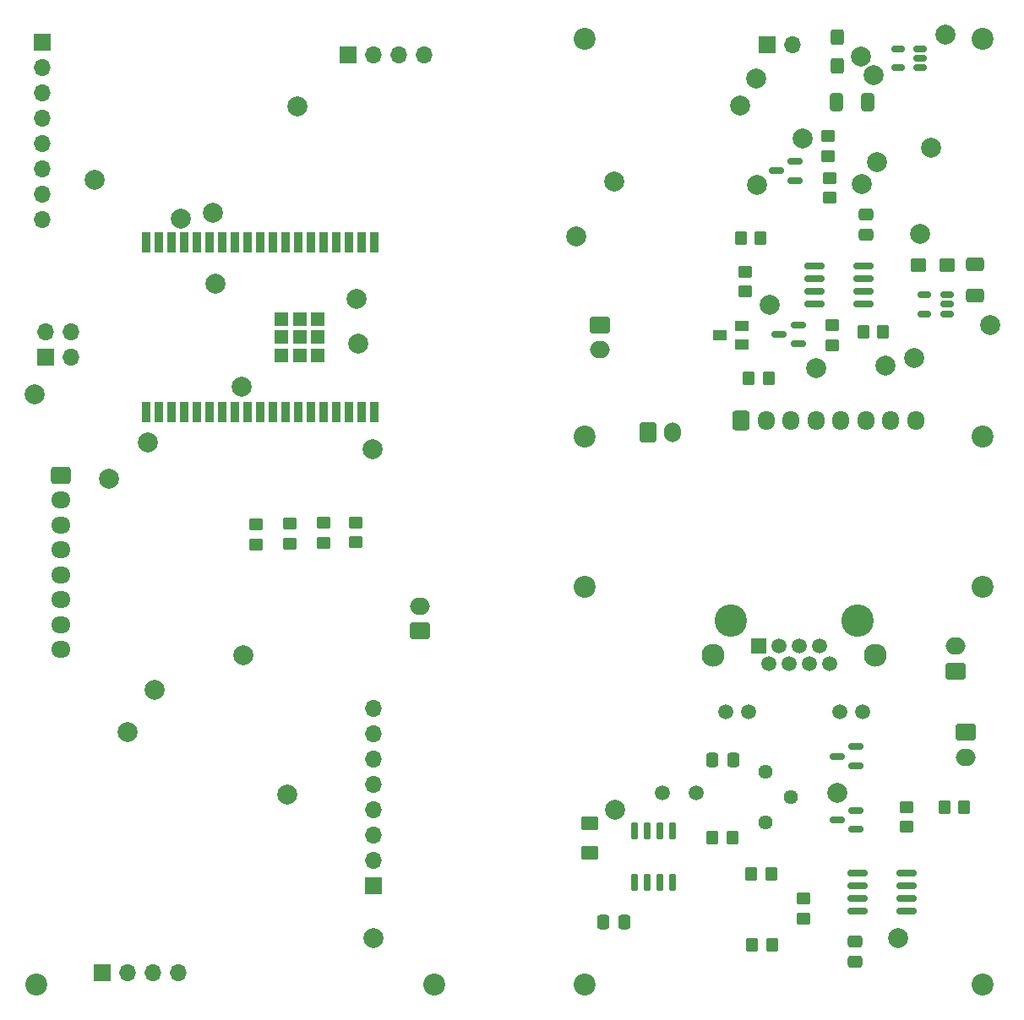
<source format=gbr>
%TF.GenerationSoftware,KiCad,Pcbnew,7.0.9*%
%TF.CreationDate,2023-11-16T02:53:52-05:00*%
%TF.ProjectId,SmartbikeALL,536d6172-7462-4696-9b65-414c4c2e6b69,rev?*%
%TF.SameCoordinates,Original*%
%TF.FileFunction,Soldermask,Bot*%
%TF.FilePolarity,Negative*%
%FSLAX46Y46*%
G04 Gerber Fmt 4.6, Leading zero omitted, Abs format (unit mm)*
G04 Created by KiCad (PCBNEW 7.0.9) date 2023-11-16 02:53:52*
%MOMM*%
%LPD*%
G01*
G04 APERTURE LIST*
G04 Aperture macros list*
%AMRoundRect*
0 Rectangle with rounded corners*
0 $1 Rounding radius*
0 $2 $3 $4 $5 $6 $7 $8 $9 X,Y pos of 4 corners*
0 Add a 4 corners polygon primitive as box body*
4,1,4,$2,$3,$4,$5,$6,$7,$8,$9,$2,$3,0*
0 Add four circle primitives for the rounded corners*
1,1,$1+$1,$2,$3*
1,1,$1+$1,$4,$5*
1,1,$1+$1,$6,$7*
1,1,$1+$1,$8,$9*
0 Add four rect primitives between the rounded corners*
20,1,$1+$1,$2,$3,$4,$5,0*
20,1,$1+$1,$4,$5,$6,$7,0*
20,1,$1+$1,$6,$7,$8,$9,0*
20,1,$1+$1,$8,$9,$2,$3,0*%
G04 Aperture macros list end*
%ADD10C,2.200000*%
%ADD11C,3.250000*%
%ADD12R,1.500000X1.500000*%
%ADD13C,1.500000*%
%ADD14C,2.300000*%
%ADD15R,1.700000X1.700000*%
%ADD16O,1.700000X1.700000*%
%ADD17C,1.440000*%
%ADD18RoundRect,0.250000X-0.750000X0.600000X-0.750000X-0.600000X0.750000X-0.600000X0.750000X0.600000X0*%
%ADD19O,2.000000X1.700000*%
%ADD20RoundRect,0.250000X0.750000X-0.600000X0.750000X0.600000X-0.750000X0.600000X-0.750000X-0.600000X0*%
%ADD21RoundRect,0.250000X-0.725000X0.600000X-0.725000X-0.600000X0.725000X-0.600000X0.725000X0.600000X0*%
%ADD22O,1.950000X1.700000*%
%ADD23RoundRect,0.250000X-0.600000X-0.750000X0.600000X-0.750000X0.600000X0.750000X-0.600000X0.750000X0*%
%ADD24O,1.700000X2.000000*%
%ADD25RoundRect,0.250000X-0.600000X-0.725000X0.600000X-0.725000X0.600000X0.725000X-0.600000X0.725000X0*%
%ADD26O,1.700000X1.950000*%
%ADD27RoundRect,0.150000X0.587500X0.150000X-0.587500X0.150000X-0.587500X-0.150000X0.587500X-0.150000X0*%
%ADD28RoundRect,0.250000X-0.425000X0.537500X-0.425000X-0.537500X0.425000X-0.537500X0.425000X0.537500X0*%
%ADD29RoundRect,0.150000X0.512500X0.150000X-0.512500X0.150000X-0.512500X-0.150000X0.512500X-0.150000X0*%
%ADD30RoundRect,0.150000X-0.150000X0.725000X-0.150000X-0.725000X0.150000X-0.725000X0.150000X0.725000X0*%
%ADD31RoundRect,0.250000X-0.350000X-0.450000X0.350000X-0.450000X0.350000X0.450000X-0.350000X0.450000X0*%
%ADD32RoundRect,0.250000X0.350000X0.450000X-0.350000X0.450000X-0.350000X-0.450000X0.350000X-0.450000X0*%
%ADD33RoundRect,0.250000X0.450000X-0.350000X0.450000X0.350000X-0.450000X0.350000X-0.450000X-0.350000X0*%
%ADD34RoundRect,0.250000X-0.450000X0.350000X-0.450000X-0.350000X0.450000X-0.350000X0.450000X0.350000X0*%
%ADD35RoundRect,0.250000X-0.537500X-0.425000X0.537500X-0.425000X0.537500X0.425000X-0.537500X0.425000X0*%
%ADD36RoundRect,0.250000X-0.475000X0.337500X-0.475000X-0.337500X0.475000X-0.337500X0.475000X0.337500X0*%
%ADD37R,1.400000X1.000000*%
%ADD38RoundRect,0.150000X-0.825000X-0.150000X0.825000X-0.150000X0.825000X0.150000X-0.825000X0.150000X0*%
%ADD39RoundRect,0.250000X-0.337500X-0.475000X0.337500X-0.475000X0.337500X0.475000X-0.337500X0.475000X0*%
%ADD40RoundRect,0.250000X0.412500X0.650000X-0.412500X0.650000X-0.412500X-0.650000X0.412500X-0.650000X0*%
%ADD41R,0.900000X2.000000*%
%ADD42R,1.330000X1.330000*%
%ADD43RoundRect,0.250000X0.337500X0.475000X-0.337500X0.475000X-0.337500X-0.475000X0.337500X-0.475000X0*%
%ADD44RoundRect,0.250001X-0.624999X0.462499X-0.624999X-0.462499X0.624999X-0.462499X0.624999X0.462499X0*%
%ADD45RoundRect,0.150000X0.825000X0.150000X-0.825000X0.150000X-0.825000X-0.150000X0.825000X-0.150000X0*%
%ADD46RoundRect,0.250000X0.650000X-0.412500X0.650000X0.412500X-0.650000X0.412500X-0.650000X-0.412500X0*%
%ADD47C,2.000000*%
G04 APERTURE END LIST*
D10*
%TO.C,H1*%
X117698000Y-121890000D03*
%TD*%
D11*
%TO.C,J2*%
X187330000Y-85420000D03*
X200030000Y-85420000D03*
D12*
X190120000Y-87960000D03*
D13*
X191136000Y-89740000D03*
X192152000Y-87960000D03*
X193168000Y-89740000D03*
X194184000Y-87960000D03*
X195200000Y-89740000D03*
X196216000Y-87960000D03*
X197232000Y-89740000D03*
X186820000Y-94560000D03*
X189110000Y-94560000D03*
X198250000Y-94560000D03*
X200540000Y-94560000D03*
D14*
X185550000Y-88850000D03*
X201810000Y-88850000D03*
%TD*%
D10*
%TO.C,H3*%
X172698000Y-121890000D03*
%TD*%
D13*
%TO.C,R12*%
X183888000Y-102640000D03*
X180488000Y-102640000D03*
%TD*%
D15*
%TO.C,J3*%
X148988000Y-28690000D03*
D16*
X151528000Y-28690000D03*
X154068000Y-28690000D03*
X156608000Y-28690000D03*
%TD*%
D17*
%TO.C,RV1*%
X190778000Y-105600000D03*
X193318000Y-103060000D03*
X190778000Y-100520000D03*
%TD*%
D10*
%TO.C,H2*%
X157568000Y-121900000D03*
%TD*%
D18*
%TO.C,JP1*%
X174223000Y-55716600D03*
D19*
X174223000Y-58216600D03*
%TD*%
D15*
%TO.C,J6*%
X124338000Y-120700000D03*
D16*
X126878000Y-120700000D03*
X129418000Y-120700000D03*
X131958000Y-120700000D03*
%TD*%
D18*
%TO.C,J1*%
X210838000Y-96600000D03*
D19*
X210838000Y-99100000D03*
%TD*%
D20*
%TO.C,J1*%
X156158000Y-86420000D03*
D19*
X156158000Y-83920000D03*
%TD*%
D15*
%TO.C,J5*%
X118288000Y-27360000D03*
D16*
X118288000Y-29900000D03*
X118288000Y-32440000D03*
X118288000Y-34980000D03*
X118288000Y-37520000D03*
X118288000Y-40060000D03*
X118288000Y-42600000D03*
X118288000Y-45140000D03*
%TD*%
D21*
%TO.C,JH1*%
X120208000Y-70800000D03*
D22*
X120208000Y-73300000D03*
X120208000Y-75800000D03*
X120208000Y-78300000D03*
X120208000Y-80800000D03*
X120208000Y-83300000D03*
X120208000Y-85800000D03*
X120208000Y-88300000D03*
%TD*%
D20*
%TO.C,JP1*%
X209848000Y-90470000D03*
D19*
X209848000Y-87970000D03*
%TD*%
D10*
%TO.C,H2*%
X212568000Y-82020000D03*
%TD*%
%TO.C,H2*%
X212577000Y-27025400D03*
%TD*%
D23*
%TO.C,J2*%
X178987400Y-66497000D03*
D24*
X181487400Y-66497000D03*
%TD*%
D10*
%TO.C,H1*%
X172699000Y-27025400D03*
%TD*%
%TO.C,H3*%
X172706000Y-66894000D03*
%TD*%
D15*
%TO.C,J4*%
X151488000Y-112010000D03*
D16*
X151488000Y-109470000D03*
X151488000Y-106930000D03*
X151488000Y-104390000D03*
X151488000Y-101850000D03*
X151488000Y-99310000D03*
X151488000Y-96770000D03*
X151488000Y-94230000D03*
%TD*%
D10*
%TO.C,H4*%
X212578000Y-121890000D03*
%TD*%
%TO.C,H4*%
X212576000Y-66894000D03*
%TD*%
D25*
%TO.C,J1*%
X188356800Y-65354000D03*
D26*
X190856800Y-65354000D03*
X193356800Y-65354000D03*
X195856800Y-65354000D03*
X198356800Y-65354000D03*
X200856800Y-65354000D03*
X203356800Y-65354000D03*
X205856800Y-65354000D03*
%TD*%
D15*
%TO.C,J2*%
X118658000Y-58940000D03*
D16*
X118658000Y-56400000D03*
X121198000Y-58940000D03*
X121198000Y-56400000D03*
%TD*%
D10*
%TO.C,H1*%
X172698000Y-82030000D03*
%TD*%
D27*
%TO.C,Q4*%
X199873000Y-104430000D03*
X199873000Y-106330000D03*
X197998000Y-105380000D03*
%TD*%
D28*
%TO.C,C5*%
X197997400Y-26883300D03*
X197997400Y-29758300D03*
%TD*%
D29*
%TO.C,U1*%
X206323100Y-28031200D03*
X206323100Y-28981200D03*
X206323100Y-29931200D03*
X204048100Y-29931200D03*
X204048100Y-28031200D03*
%TD*%
D30*
%TO.C,U2*%
X177638000Y-106460000D03*
X178908000Y-106460000D03*
X180178000Y-106460000D03*
X181448000Y-106460000D03*
X181448000Y-111610000D03*
X180178000Y-111610000D03*
X178908000Y-111610000D03*
X177638000Y-111610000D03*
%TD*%
D31*
%TO.C,R6*%
X189388000Y-110770000D03*
X191388000Y-110770000D03*
%TD*%
D32*
%TO.C,R7*%
X190301200Y-47066000D03*
X188301200Y-47066000D03*
%TD*%
D33*
%TO.C,R4*%
X204908000Y-106070000D03*
X204908000Y-104070000D03*
%TD*%
%TO.C,R10*%
X197057600Y-38795000D03*
X197057600Y-36795000D03*
%TD*%
D34*
%TO.C,R7*%
X194588000Y-113270000D03*
X194588000Y-115270000D03*
%TD*%
D35*
%TO.C,C10*%
X206135700Y-49758400D03*
X209010700Y-49758400D03*
%TD*%
D33*
%TO.C,R9*%
X197210000Y-42986000D03*
X197210000Y-40986000D03*
%TD*%
D34*
%TO.C,R7*%
X146476800Y-75580800D03*
X146476800Y-77580800D03*
%TD*%
%TO.C,R8*%
X143124000Y-75682400D03*
X143124000Y-77682400D03*
%TD*%
D31*
%TO.C,R6*%
X189123400Y-61086800D03*
X191123400Y-61086800D03*
%TD*%
D36*
%TO.C,C1*%
X199758000Y-117542500D03*
X199758000Y-119617500D03*
%TD*%
D32*
%TO.C,R5*%
X210718000Y-104070000D03*
X208718000Y-104070000D03*
%TD*%
D37*
%TO.C,Q2*%
X188437200Y-55818800D03*
X188437200Y-57718800D03*
X186237200Y-56768800D03*
%TD*%
D27*
%TO.C,Q3*%
X199828000Y-98040000D03*
X199828000Y-99940000D03*
X197953000Y-98990000D03*
%TD*%
D34*
%TO.C,R9*%
X139720400Y-75733200D03*
X139720400Y-77733200D03*
%TD*%
%TO.C,R5*%
X197438600Y-55768800D03*
X197438600Y-57768800D03*
%TD*%
D38*
%TO.C,U4*%
X195663600Y-53670000D03*
X195663600Y-52400000D03*
X195663600Y-51130000D03*
X195663600Y-49860000D03*
X200613600Y-49860000D03*
X200613600Y-51130000D03*
X200613600Y-52400000D03*
X200613600Y-53670000D03*
%TD*%
D32*
%TO.C,R11*%
X187478000Y-107180000D03*
X185478000Y-107180000D03*
%TD*%
D27*
%TO.C,Q3*%
X193755600Y-39349400D03*
X193755600Y-41249400D03*
X191880600Y-40299400D03*
%TD*%
D39*
%TO.C,C4*%
X185460500Y-99390000D03*
X187535500Y-99390000D03*
%TD*%
D27*
%TO.C,Q1*%
X194058100Y-55742600D03*
X194058100Y-57642600D03*
X192183100Y-56692600D03*
%TD*%
D29*
%TO.C,U3*%
X208964700Y-52720000D03*
X208964700Y-53670000D03*
X208964700Y-54620000D03*
X206689700Y-54620000D03*
X206689700Y-52720000D03*
%TD*%
D34*
%TO.C,R6*%
X149728000Y-75530000D03*
X149728000Y-77530000D03*
%TD*%
D40*
%TO.C,C1*%
X201007700Y-33400800D03*
X197882700Y-33400800D03*
%TD*%
D41*
%TO.C,IC1*%
X151618000Y-64480000D03*
X150348000Y-64480000D03*
X149078000Y-64480000D03*
X147808000Y-64480000D03*
X146538000Y-64480000D03*
X145268000Y-64480000D03*
X143998000Y-64480000D03*
X142728000Y-64480000D03*
X141458000Y-64480000D03*
X140188000Y-64480000D03*
X138918000Y-64480000D03*
X137648000Y-64480000D03*
X136378000Y-64480000D03*
X135108000Y-64480000D03*
X133838000Y-64480000D03*
X132568000Y-64480000D03*
X131298000Y-64480000D03*
X130028000Y-64480000D03*
X128758000Y-64480000D03*
X128758000Y-47480000D03*
X130028000Y-47480000D03*
X131298000Y-47480000D03*
X132568000Y-47480000D03*
X133838000Y-47480000D03*
X135108000Y-47480000D03*
X136378000Y-47480000D03*
X137648000Y-47480000D03*
X138918000Y-47480000D03*
X140188000Y-47480000D03*
X141458000Y-47480000D03*
X142728000Y-47480000D03*
X143998000Y-47480000D03*
X145268000Y-47480000D03*
X146538000Y-47480000D03*
X147808000Y-47480000D03*
X149078000Y-47480000D03*
X150348000Y-47480000D03*
X151618000Y-47480000D03*
D42*
X145953000Y-58815000D03*
X144118000Y-58815000D03*
X142283000Y-58815000D03*
X142283000Y-56980000D03*
X142283000Y-55145000D03*
X144118000Y-55145000D03*
X145953000Y-55145000D03*
X145953000Y-56980000D03*
X144118000Y-56980000D03*
%TD*%
D32*
%TO.C,R4*%
X202578800Y-56413200D03*
X200578800Y-56413200D03*
%TD*%
D31*
%TO.C,R13*%
X189438000Y-117920000D03*
X191438000Y-117920000D03*
%TD*%
D43*
%TO.C,C3*%
X176638000Y-115650000D03*
X174563000Y-115650000D03*
%TD*%
D44*
%TO.C,D2*%
X173168000Y-105692500D03*
X173168000Y-108667500D03*
%TD*%
D45*
%TO.C,U1*%
X204968000Y-110710000D03*
X204968000Y-111980000D03*
X204968000Y-113250000D03*
X204968000Y-114520000D03*
X200018000Y-114520000D03*
X200018000Y-113250000D03*
X200018000Y-111980000D03*
X200018000Y-110710000D03*
%TD*%
D15*
%TO.C,BZ1*%
X190956600Y-27660400D03*
D16*
X193496600Y-27660400D03*
%TD*%
D46*
%TO.C,C6*%
X211789600Y-52768700D03*
X211789600Y-49643700D03*
%TD*%
D34*
%TO.C,R8*%
X188726400Y-50384000D03*
X188726400Y-52384000D03*
%TD*%
D36*
%TO.C,C11*%
X200867600Y-44656900D03*
X200867600Y-46731900D03*
%TD*%
D47*
X135438000Y-44528900D03*
X189976000Y-41734000D03*
X207378300Y-38001700D03*
X149828000Y-53160000D03*
X123528000Y-41220000D03*
X142858000Y-102860000D03*
X191246000Y-53704000D03*
X194512500Y-37077300D03*
X151418000Y-68180000D03*
X195860000Y-60090000D03*
X143875800Y-33799700D03*
X138308000Y-61930000D03*
X150018500Y-57620000D03*
X128938000Y-67490000D03*
X132167800Y-45125900D03*
X135658000Y-51570000D03*
X151488000Y-117200000D03*
X124998000Y-71200000D03*
X206326898Y-46616938D03*
X117528000Y-62740000D03*
X126878000Y-96575200D03*
X129556900Y-92327100D03*
X213299900Y-55718600D03*
X208786000Y-26594000D03*
X201654900Y-30714633D03*
X200346000Y-28824000D03*
X205676000Y-59034000D03*
X202845500Y-59787582D03*
X175660000Y-41351800D03*
X171786000Y-46824000D03*
X189886000Y-31044000D03*
X201971345Y-39453709D03*
X188215100Y-33776500D03*
X200445500Y-41604000D03*
X204110491Y-117252491D03*
X175690700Y-104333200D03*
X197948800Y-102624000D03*
X138426100Y-88901900D03*
M02*

</source>
